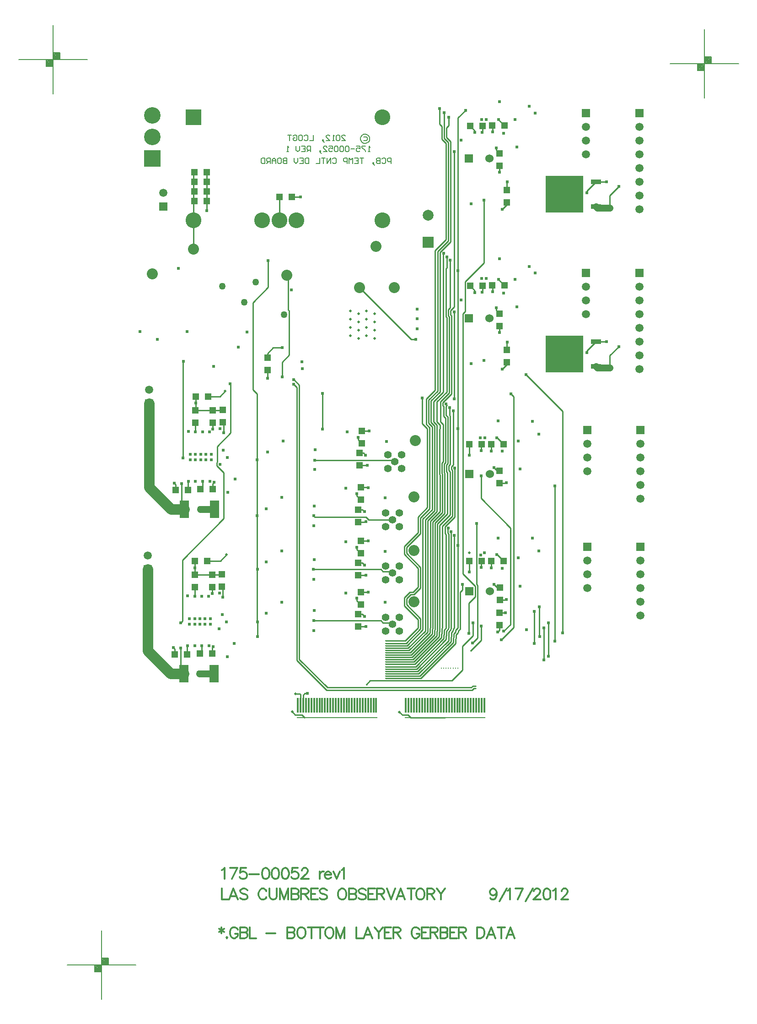
<source format=gbl>
%FSLAX23Y23*%
%MOIN*%
G70*
G01*
G75*
G04 Layer_Physical_Order=7*
G04 Layer_Color=16711680*
%ADD10R,0.012X0.065*%
%ADD11R,0.217X0.120*%
%ADD12R,0.065X0.012*%
%ADD13R,0.075X0.037*%
%ADD14R,0.272X0.268*%
%ADD15R,0.035X0.037*%
%ADD16R,0.035X0.037*%
%ADD17R,0.085X0.138*%
%ADD18R,0.085X0.043*%
%ADD19R,0.085X0.043*%
%ADD20O,0.028X0.098*%
%ADD21R,0.280X0.100*%
%ADD22R,0.070X0.135*%
%ADD23R,0.050X0.050*%
%ADD24O,0.087X0.024*%
%ADD25O,0.098X0.028*%
%ADD26R,0.045X0.017*%
%ADD27R,0.591X0.010*%
%ADD28R,0.012X0.105*%
%ADD29R,0.063X0.051*%
%ADD30R,0.063X0.079*%
%ADD31R,0.050X0.050*%
%ADD32C,0.010*%
%ADD33C,0.050*%
%ADD34C,0.020*%
%ADD35C,0.075*%
%ADD36C,0.012*%
%ADD37C,0.008*%
%ADD38C,0.012*%
%ADD39C,0.012*%
%ADD40R,0.060X0.060*%
%ADD41C,0.060*%
%ADD42C,0.024*%
%ADD43C,0.020*%
%ADD44C,0.115*%
%ADD45R,0.115X0.115*%
%ADD46C,0.080*%
%ADD47C,0.055*%
%ADD48R,0.059X0.059*%
%ADD49C,0.059*%
%ADD50C,0.120*%
%ADD51R,0.120X0.120*%
%ADD52R,0.079X0.079*%
%ADD53C,0.079*%
%ADD54C,0.010*%
%ADD55C,0.050*%
%ADD56C,0.040*%
%ADD57C,0.070*%
%ADD58C,0.054*%
%ADD59C,0.118*%
G04:AMPARAMS|DCode=60|XSize=138mil|YSize=138mil|CornerRadius=0mil|HoleSize=0mil|Usage=FLASHONLY|Rotation=0.000|XOffset=0mil|YOffset=0mil|HoleType=Round|Shape=Relief|Width=10mil|Gap=10mil|Entries=4|*
%AMTHD60*
7,0,0,0.138,0.118,0.010,45*
%
%ADD60THD60*%
G04:AMPARAMS|DCode=61|XSize=112mil|YSize=112mil|CornerRadius=0mil|HoleSize=0mil|Usage=FLASHONLY|Rotation=0.000|XOffset=0mil|YOffset=0mil|HoleType=Round|Shape=Relief|Width=10mil|Gap=10mil|Entries=4|*
%AMTHD61*
7,0,0,0.112,0.092,0.010,45*
%
%ADD61THD61*%
%ADD62C,0.073*%
%ADD63C,0.075*%
%ADD64C,0.110*%
G04:AMPARAMS|DCode=65|XSize=107.244mil|YSize=107.244mil|CornerRadius=0mil|HoleSize=0mil|Usage=FLASHONLY|Rotation=0.000|XOffset=0mil|YOffset=0mil|HoleType=Round|Shape=Relief|Width=10mil|Gap=10mil|Entries=4|*
%AMTHD65*
7,0,0,0.107,0.087,0.010,45*
%
%ADD65THD65*%
%ADD66C,0.087*%
%ADD67C,0.092*%
%ADD68C,0.046*%
%ADD69C,0.064*%
G04:AMPARAMS|DCode=70|XSize=70mil|YSize=70mil|CornerRadius=0mil|HoleSize=0mil|Usage=FLASHONLY|Rotation=0.000|XOffset=0mil|YOffset=0mil|HoleType=Round|Shape=Relief|Width=10mil|Gap=10mil|Entries=4|*
%AMTHD70*
7,0,0,0.070,0.050,0.010,45*
%
%ADD70THD70*%
G04:AMPARAMS|DCode=71|XSize=88mil|YSize=88mil|CornerRadius=0mil|HoleSize=0mil|Usage=FLASHONLY|Rotation=0.000|XOffset=0mil|YOffset=0mil|HoleType=Round|Shape=Relief|Width=10mil|Gap=10mil|Entries=4|*
%AMTHD71*
7,0,0,0.088,0.068,0.010,45*
%
%ADD71THD71*%
%ADD72C,0.068*%
%ADD73C,0.000*%
G04:AMPARAMS|DCode=74|XSize=90mil|YSize=90mil|CornerRadius=0mil|HoleSize=0mil|Usage=FLASHONLY|Rotation=0.000|XOffset=0mil|YOffset=0mil|HoleType=Round|Shape=Relief|Width=10mil|Gap=10mil|Entries=4|*
%AMTHD74*
7,0,0,0.090,0.070,0.010,45*
%
%ADD74THD74*%
G04:AMPARAMS|DCode=75|XSize=93.465mil|YSize=93.465mil|CornerRadius=0mil|HoleSize=0mil|Usage=FLASHONLY|Rotation=0.000|XOffset=0mil|YOffset=0mil|HoleType=Round|Shape=Relief|Width=10mil|Gap=10mil|Entries=4|*
%AMTHD75*
7,0,0,0.093,0.073,0.010,45*
%
%ADD75THD75*%
G04:AMPARAMS|DCode=76|XSize=95.433mil|YSize=95.433mil|CornerRadius=0mil|HoleSize=0mil|Usage=FLASHONLY|Rotation=0.000|XOffset=0mil|YOffset=0mil|HoleType=Round|Shape=Relief|Width=10mil|Gap=10mil|Entries=4|*
%AMTHD76*
7,0,0,0.095,0.075,0.010,45*
%
%ADD76THD76*%
G04:AMPARAMS|DCode=77|XSize=130mil|YSize=130mil|CornerRadius=0mil|HoleSize=0mil|Usage=FLASHONLY|Rotation=0.000|XOffset=0mil|YOffset=0mil|HoleType=Round|Shape=Relief|Width=10mil|Gap=10mil|Entries=4|*
%AMTHD77*
7,0,0,0.130,0.110,0.010,45*
%
%ADD77THD77*%
%ADD78C,0.005*%
%ADD79R,0.071X0.126*%
%ADD80C,0.006*%
D13*
X45035Y29479D02*
D03*
Y29299D02*
D03*
Y30643D02*
D03*
Y30463D02*
D03*
D14*
X44805Y29389D02*
D03*
Y30553D02*
D03*
D23*
X43321Y27567D02*
D03*
Y27657D02*
D03*
X43321Y27940D02*
D03*
Y28030D02*
D03*
Y28329D02*
D03*
Y28419D02*
D03*
X43330Y28740D02*
D03*
Y28830D02*
D03*
X43303Y27495D02*
D03*
Y27405D02*
D03*
X43303Y27868D02*
D03*
Y27778D02*
D03*
Y28257D02*
D03*
Y28167D02*
D03*
X43312Y28668D02*
D03*
Y28578D02*
D03*
X42642Y29364D02*
D03*
Y29274D02*
D03*
X44331Y27415D02*
D03*
Y27505D02*
D03*
X44386Y30583D02*
D03*
Y30493D02*
D03*
Y29419D02*
D03*
Y29329D02*
D03*
X44334Y30758D02*
D03*
Y30848D02*
D03*
Y29594D02*
D03*
Y29684D02*
D03*
X42316Y28982D02*
D03*
Y28892D02*
D03*
X42310Y27785D02*
D03*
Y27695D02*
D03*
X42117Y28979D02*
D03*
Y28889D02*
D03*
X42111Y27782D02*
D03*
Y27692D02*
D03*
X42244Y28980D02*
D03*
Y28890D02*
D03*
X42238Y27783D02*
D03*
Y27693D02*
D03*
X44334Y28450D02*
D03*
Y28540D02*
D03*
X44335Y27599D02*
D03*
Y27689D02*
D03*
D27*
X43936Y26743D02*
D03*
X43149D02*
D03*
D28*
X44222Y26831D02*
D03*
X44202D02*
D03*
X44182D02*
D03*
X44163D02*
D03*
X44143D02*
D03*
X44123D02*
D03*
X44104D02*
D03*
X44084D02*
D03*
X44064D02*
D03*
X44044D02*
D03*
X44025D02*
D03*
X44005D02*
D03*
X43985D02*
D03*
X43966D02*
D03*
X43946D02*
D03*
X43926D02*
D03*
X43907D02*
D03*
X43887D02*
D03*
X43867D02*
D03*
X43847D02*
D03*
X43828D02*
D03*
X43808D02*
D03*
X43788D02*
D03*
X43769D02*
D03*
X43749D02*
D03*
X43729D02*
D03*
X43710D02*
D03*
X43690D02*
D03*
X43670D02*
D03*
X43650D02*
D03*
X42863D02*
D03*
X42883D02*
D03*
X42902D02*
D03*
X42922D02*
D03*
X42942D02*
D03*
X42961D02*
D03*
X42981D02*
D03*
X43001D02*
D03*
X43021D02*
D03*
X43040D02*
D03*
X43060D02*
D03*
X43080D02*
D03*
X43099D02*
D03*
X43119D02*
D03*
X43139D02*
D03*
X43158D02*
D03*
X43178D02*
D03*
X43198D02*
D03*
X43218D02*
D03*
X43237D02*
D03*
X43257D02*
D03*
X43277D02*
D03*
X43296D02*
D03*
X43316D02*
D03*
X43336D02*
D03*
X43355D02*
D03*
X43375D02*
D03*
X43395D02*
D03*
X43415D02*
D03*
X43434D02*
D03*
D31*
X42199Y30503D02*
D03*
X42109D02*
D03*
X42199Y30573D02*
D03*
X42109D02*
D03*
X42199Y30643D02*
D03*
X42109D02*
D03*
X42199Y30713D02*
D03*
X42109D02*
D03*
X44279Y31053D02*
D03*
X44369D02*
D03*
X44279Y29889D02*
D03*
X44369D02*
D03*
X44208Y31050D02*
D03*
X44118D02*
D03*
X44208Y29886D02*
D03*
X44118D02*
D03*
X41973Y28398D02*
D03*
X42063D02*
D03*
X41967Y27201D02*
D03*
X42057D02*
D03*
X44273Y28731D02*
D03*
X44363D02*
D03*
X44274Y27881D02*
D03*
X44364D02*
D03*
X44203Y28731D02*
D03*
X44113D02*
D03*
X44204Y27881D02*
D03*
X44114D02*
D03*
X42118Y29079D02*
D03*
X42208D02*
D03*
X42112Y27882D02*
D03*
X42202D02*
D03*
X42154Y28407D02*
D03*
X42244D02*
D03*
X42148Y27210D02*
D03*
X42238D02*
D03*
X42819Y30533D02*
D03*
X42729D02*
D03*
D32*
X43690Y29496D02*
X43721D01*
X43314Y29872D02*
X43690Y29496D01*
X42104Y30363D02*
Y30708D01*
Y30153D02*
Y30363D01*
X42784Y29964D02*
X42791Y29957D01*
Y29711D02*
Y29957D01*
Y29711D02*
X42800Y29701D01*
Y29381D02*
Y29701D01*
X42748Y29329D02*
X42800Y29381D01*
X42748Y29224D02*
Y29329D01*
X44108Y27938D02*
X44112Y27941D01*
X42295Y29079D02*
X42334Y29118D01*
X42208Y29079D02*
X42295D01*
X42202Y27882D02*
X42298D01*
X42344Y27928D01*
X43604Y26783D02*
X43625Y26762D01*
X43667D01*
X43686Y26743D01*
X43936D01*
X42821Y26786D02*
X42843Y26764D01*
X42891D01*
X42912Y26743D01*
X42902Y26823D02*
Y26906D01*
X42914Y26918D02*
X42933D01*
X42902Y26906D02*
X42914Y26918D01*
X42883Y26861D02*
Y26912D01*
Y26823D02*
Y26861D01*
X42846Y26917D02*
X42877D01*
X42883Y26912D01*
X43361Y26984D02*
X43389Y27012D01*
X43986D01*
X44064Y27090D01*
X43944Y29010D02*
X43950Y29017D01*
X44284Y31007D02*
Y31048D01*
X44279Y31053D02*
X44284Y31048D01*
X44208Y31004D02*
Y31050D01*
X44207Y31003D02*
X44208Y31004D01*
X44354Y30444D02*
X44386Y30476D01*
Y30493D01*
Y30583D02*
Y30639D01*
X44388Y30641D01*
X45035Y30643D02*
X45114D01*
X45035Y30643D02*
X45035Y30643D01*
X45136Y30542D02*
X45201Y30608D01*
X45136Y30453D02*
Y30542D01*
X44968Y30564D02*
Y30576D01*
X45035Y30643D01*
X44334Y30711D02*
Y30758D01*
X44308Y30874D02*
X44334Y30848D01*
X44308Y30874D02*
Y30890D01*
X44325Y31095D02*
X44367Y31053D01*
X44369D01*
X44118Y31050D02*
X44154Y31014D01*
Y31001D02*
Y31014D01*
X44279Y29889D02*
X44284Y29884D01*
Y29843D02*
Y29884D01*
X44325Y29931D02*
X44367Y29889D01*
X44369D01*
X44208Y29840D02*
Y29886D01*
X44207Y29839D02*
X44208Y29840D01*
X44118Y29886D02*
X44154Y29850D01*
Y29837D02*
Y29850D01*
X44386Y29475D02*
X44388Y29477D01*
X44386Y29419D02*
Y29475D01*
Y29312D02*
Y29329D01*
X44354Y29280D02*
X44386Y29312D01*
X44334Y29547D02*
Y29594D01*
X44308Y29710D02*
Y29726D01*
Y29710D02*
X44334Y29684D01*
X45035Y29479D02*
X45035Y29479D01*
X44968Y29411D02*
X45035Y29479D01*
X45035Y29479D02*
X45114D01*
X44968Y29400D02*
Y29411D01*
X45136Y29378D02*
X45201Y29444D01*
X45136Y29289D02*
Y29378D01*
X44334Y28450D02*
X44378D01*
X44382Y28454D01*
X44316Y28540D02*
X44334D01*
X44293Y28563D02*
X44316Y28540D01*
X44273Y28683D02*
Y28731D01*
X44315Y28780D02*
X44363Y28731D01*
X44312Y28780D02*
X44315D01*
X44199Y28727D02*
X44203Y28731D01*
X44112Y28652D02*
Y28730D01*
X44113Y28731D01*
X42244Y28844D02*
Y28890D01*
Y28447D02*
X42252Y28455D01*
X42244Y28407D02*
Y28447D01*
X42154Y28407D02*
X42170Y28423D01*
Y28462D01*
X42063Y28398D02*
Y28459D01*
X42065Y28462D01*
X41973Y28398D02*
Y28439D01*
X41962Y28450D02*
X41973Y28439D01*
X42016Y28279D02*
Y28446D01*
Y28279D02*
X42037Y28258D01*
X42118Y29031D02*
Y29079D01*
Y28980D02*
Y29031D01*
X42117Y28979D02*
X42118Y28980D01*
X42313Y28979D02*
X42316Y28982D01*
X42117Y28979D02*
X42313D01*
X42316Y28892D02*
X42321Y28887D01*
Y28818D02*
Y28887D01*
Y28818D02*
X42321Y28817D01*
X42117Y28823D02*
Y28889D01*
X42117Y28823D02*
X42117Y28823D01*
X41967Y27201D02*
Y27242D01*
X41956Y27253D02*
X41967Y27242D01*
X42111Y27782D02*
X42307D01*
X42310Y27785D01*
X42315Y27621D02*
X42315Y27620D01*
X42315Y27621D02*
Y27690D01*
X42310Y27695D02*
X42315Y27690D01*
X42057Y27201D02*
Y27262D01*
X42059Y27265D01*
X44274Y27832D02*
Y27881D01*
X44313Y27929D02*
X44316D01*
X44364Y27881D01*
X44200Y27877D02*
X44204Y27881D01*
X44200Y27836D02*
Y27877D01*
X44113Y27880D02*
X44114Y27881D01*
X44113Y27801D02*
Y27880D01*
X42111Y27782D02*
X42112Y27783D01*
Y27834D01*
Y27882D01*
X42111Y27626D02*
X42111Y27626D01*
Y27692D01*
X42238Y27647D02*
Y27693D01*
X42148Y27210D02*
X42164Y27226D01*
Y27265D01*
X42238Y27250D02*
X42246Y27258D01*
X42238Y27210D02*
Y27250D01*
X44335Y27599D02*
X44380D01*
X44383Y27603D01*
X44294Y27712D02*
X44317Y27689D01*
X44335D01*
X42010Y27082D02*
X42031Y27061D01*
X42010Y27082D02*
Y27249D01*
X43312Y28668D02*
X43342D01*
X43357Y28653D01*
X43312Y28578D02*
X43367D01*
X43369Y28580D01*
X43330Y28830D02*
X43382D01*
X43384Y28828D01*
X43303Y28767D02*
X43330Y28740D01*
X43303Y28767D02*
Y28784D01*
X43560Y28615D02*
X43570Y28605D01*
X42989Y28615D02*
X43560D01*
X42987Y28617D02*
X42989Y28615D01*
X43294Y28356D02*
Y28373D01*
Y28356D02*
X43321Y28329D01*
X43333Y28257D02*
X43348Y28242D01*
X43321Y28419D02*
X43373D01*
X43375Y28417D01*
X43303Y28257D02*
X43333D01*
X43303Y28167D02*
X43358D01*
X43360Y28169D01*
X43294Y27967D02*
Y27984D01*
Y27967D02*
X43321Y27940D01*
X43333Y27868D02*
X43348Y27853D01*
X43321Y28030D02*
X43373D01*
X43375Y28028D01*
X43303Y27868D02*
X43333D01*
X43303Y27778D02*
X43358D01*
X43360Y27780D01*
X43294Y27594D02*
Y27611D01*
Y27594D02*
X43321Y27567D01*
X43333Y27495D02*
X43348Y27480D01*
X43321Y27657D02*
X43373D01*
X43375Y27655D01*
X43303Y27495D02*
X43333D01*
X43303Y27405D02*
X43358D01*
X43360Y27407D01*
X43378Y28184D02*
X43551D01*
X43358Y28204D02*
X43378Y28184D01*
X42987Y28204D02*
X43358D01*
X42979Y28212D02*
X42987Y28204D01*
X43540Y27433D02*
X43551Y27422D01*
X43484Y27433D02*
X43540D01*
X43469Y27448D02*
X43484Y27433D01*
X42979Y27448D02*
X43469D01*
X42976Y27822D02*
X43468D01*
X43484Y27806D01*
X43540D01*
X43551Y27795D01*
X42104Y30708D02*
X42109Y30713D01*
X42199Y30433D02*
Y30503D01*
Y30573D01*
Y30643D01*
Y30713D01*
X42729Y30363D02*
Y30533D01*
X42819D02*
X42884D01*
X44029Y31108D02*
X44085Y31164D01*
X44199Y28687D02*
Y28727D01*
X43956Y28118D02*
X43959Y28121D01*
X43956Y28086D02*
Y28118D01*
X43968Y28944D02*
Y29000D01*
Y28944D02*
X43974Y28938D01*
X43996Y28583D02*
Y28975D01*
X43981Y28548D02*
Y28568D01*
X43974Y28585D02*
Y28938D01*
X43964Y28575D02*
X43974Y28585D01*
X43964Y28541D02*
Y28575D01*
Y28541D02*
X43971Y28534D01*
X43981Y28568D02*
X43996Y28583D01*
X43981Y28548D02*
X43988Y28541D01*
X43956Y28086D02*
X43963Y28079D01*
X44005Y28201D02*
Y28558D01*
X43971Y28218D02*
Y28534D01*
X43988Y28208D02*
Y28541D01*
X43935Y28131D02*
X44005Y28201D01*
X43916Y28136D02*
X43988Y28208D01*
X43897Y28144D02*
X43971Y28218D01*
X43935Y28083D02*
X43943Y28075D01*
X43935Y28083D02*
Y28131D01*
X43897Y27395D02*
Y28144D01*
X43879Y27374D02*
Y28151D01*
X44029Y28846D02*
Y29997D01*
Y31108D01*
X44003Y29732D02*
Y30863D01*
X43977Y29706D02*
X44003Y29732D01*
X43977Y29674D02*
Y29706D01*
Y29674D02*
X43982Y29669D01*
Y29099D02*
Y29669D01*
X43879Y28151D02*
X43954Y28226D01*
Y28527D01*
X43947Y28534D02*
X43954Y28527D01*
X43947Y28534D02*
Y28582D01*
X43957Y28592D01*
Y28931D01*
X43942Y29025D02*
X43950Y29017D01*
Y29017D02*
Y29017D01*
X43944Y28944D02*
X43957Y28931D01*
X43944Y28944D02*
Y29010D01*
X43862Y28158D02*
X43934Y28230D01*
Y28523D01*
X43930Y28527D02*
X43934Y28523D01*
X43930Y28527D02*
Y28589D01*
X43940Y28599D01*
Y28924D01*
X43927Y28937D02*
X43940Y28924D01*
X43927Y28937D02*
Y29006D01*
X43918Y29015D02*
X43927Y29006D01*
X43918Y29015D02*
Y29035D01*
X43982Y29099D01*
X43924Y30121D02*
X43925Y30122D01*
X43974Y29727D02*
Y30072D01*
X43960Y29713D02*
X43974Y29727D01*
X43960Y29667D02*
Y29713D01*
Y29667D02*
X43965Y29662D01*
X43943Y29660D02*
X43948Y29655D01*
Y29113D02*
Y29655D01*
X43943Y30011D02*
X43948Y30016D01*
X43943Y29660D02*
Y30011D01*
X43965Y29106D02*
Y29662D01*
X43901Y29042D02*
X43965Y29106D01*
X43852Y29041D02*
X43924Y29113D01*
X43876Y29041D02*
X43948Y29113D01*
X43901Y29008D02*
Y29042D01*
Y29008D02*
X43902Y29007D01*
Y28897D02*
Y29007D01*
X43876Y28897D02*
Y29041D01*
X43902Y28897D02*
X43923Y28876D01*
X43876Y28897D02*
X43899Y28874D01*
Y28847D02*
Y28874D01*
X43875Y28243D02*
Y28874D01*
X43852Y28897D02*
Y29041D01*
Y28897D02*
X43875Y28874D01*
X43923Y28606D02*
Y28876D01*
X43913Y28596D02*
X43923Y28606D01*
X43913Y28520D02*
Y28596D01*
Y28520D02*
X43917Y28516D01*
X43896Y28513D02*
X43899Y28510D01*
Y28243D02*
Y28510D01*
X43896Y28844D02*
X43899Y28847D01*
X43896Y28513D02*
Y28844D01*
X43948Y30015D02*
Y30016D01*
Y30097D01*
X43924Y29113D02*
Y30121D01*
X43845Y28165D02*
X43917Y28237D01*
X43828Y28172D02*
X43899Y28243D01*
X43809Y28177D02*
X43875Y28243D01*
X43828Y27395D02*
Y28172D01*
X43917Y28237D02*
Y28516D01*
X43961Y31053D02*
Y31114D01*
X43928Y30960D02*
Y31145D01*
X43895Y31061D02*
Y31176D01*
Y31061D02*
X43911Y31045D01*
X43945Y31037D02*
X43961Y31053D01*
X43947Y30965D02*
Y31035D01*
X43976Y30207D02*
Y30936D01*
X43928Y30960D02*
X43959Y30929D01*
Y30214D02*
Y30929D01*
X43911Y30953D02*
Y31045D01*
Y30953D02*
X43942Y30922D01*
Y30221D02*
Y30922D01*
X43901Y30132D02*
Y30132D01*
X43898Y30129D02*
X43901Y30132D01*
X43864Y30143D02*
X43942Y30221D01*
X43901Y30132D02*
X43976Y30207D01*
X43881Y30136D02*
X43959Y30214D01*
X43898Y29113D02*
Y30129D01*
X43833Y29048D02*
X43898Y29113D01*
X43816Y29055D02*
X43881Y29120D01*
Y30136D01*
X43864Y29127D02*
Y30143D01*
X43799Y29062D02*
X43864Y29127D01*
X43799Y28878D02*
Y29062D01*
X43833Y28892D02*
Y29048D01*
Y28892D02*
X43858Y28867D01*
X43816Y28885D02*
Y29055D01*
Y28885D02*
X43841Y28860D01*
X43799Y28878D02*
X43824Y28853D01*
X43858Y28250D02*
Y28867D01*
X43791Y28183D02*
X43858Y28250D01*
X43841Y28257D02*
Y28860D01*
X43774Y28190D02*
X43841Y28257D01*
X43824Y28264D02*
Y28853D01*
X43757Y28197D02*
X43824Y28264D01*
X43757Y28081D02*
Y28197D01*
X43657Y27938D02*
Y27981D01*
X43757Y27685D02*
Y27837D01*
X43657Y27981D02*
X43757Y28081D01*
X43657Y27938D02*
X43757Y27837D01*
X43657Y27608D02*
X43687Y27638D01*
X43657Y27565D02*
Y27608D01*
X43710Y27638D02*
X43757Y27685D01*
X43687Y27638D02*
X43710D01*
X43657Y27565D02*
X43757Y27464D01*
X44001Y29065D02*
Y29696D01*
Y29065D02*
X44002Y29064D01*
X43770Y28883D02*
Y29068D01*
Y28883D02*
X43807Y28846D01*
Y28271D02*
Y28846D01*
X43740Y28204D02*
X43807Y28271D01*
X43740Y28088D02*
Y28204D01*
X43640Y27988D02*
X43740Y28088D01*
X43640Y27931D02*
Y27988D01*
Y27931D02*
X43740Y27830D01*
Y27692D02*
Y27830D01*
X43703Y27655D02*
X43740Y27692D01*
X43680Y27655D02*
X43703D01*
X43640Y27615D02*
X43680Y27655D01*
X43640Y27557D02*
Y27615D01*
Y27557D02*
X43740Y27457D01*
X42565Y27443D02*
X42568Y27440D01*
Y27332D02*
Y27440D01*
X44219Y30053D02*
Y30508D01*
X44081Y29916D02*
X44219Y30053D01*
X44081Y29854D02*
Y29916D01*
Y29854D02*
X44083Y29852D01*
Y29700D02*
Y29852D01*
X44066Y29684D02*
X44083Y29700D01*
X44156Y27622D02*
Y27699D01*
X44110Y27575D02*
X44156Y27622D01*
X44066Y27789D02*
Y29684D01*
Y27789D02*
X44156Y27699D01*
X44110Y27357D02*
Y27575D01*
X44792Y27360D02*
Y28972D01*
X44526Y29238D02*
X44792Y28972D01*
X44624Y27334D02*
Y27548D01*
Y27334D02*
X44625Y27333D01*
X44585Y27282D02*
Y27517D01*
Y27282D02*
X44586Y27281D01*
X44166Y27714D02*
Y28155D01*
Y27714D02*
X44173Y27706D01*
Y27323D02*
Y27706D01*
X44136Y27285D02*
X44173Y27323D01*
X44736Y27300D02*
Y28430D01*
X43043Y28843D02*
Y29103D01*
X44346Y27310D02*
X44436Y27400D01*
Y29079D01*
X44416Y29099D02*
X44436Y29079D01*
X44198Y28338D02*
Y28502D01*
Y28338D02*
X44412Y28124D01*
Y27418D02*
Y28124D01*
X44364Y27371D02*
X44412Y27418D01*
X44319Y27367D02*
X44331Y27379D01*
Y27415D01*
Y27505D02*
X44376D01*
X44140Y27338D02*
Y27434D01*
X44198Y27307D02*
Y27409D01*
X44046Y27656D02*
X44061Y27671D01*
Y27712D01*
X44064Y27090D02*
Y27262D01*
X44140Y27338D01*
X44690Y27189D02*
Y27433D01*
X44657Y27163D02*
Y27395D01*
X42565Y27443D02*
Y29099D01*
X42535Y29129D02*
X42565Y29099D01*
X42535Y29129D02*
Y29764D01*
X42647Y29876D01*
Y30070D01*
X42642Y29364D02*
Y29394D01*
X42683Y29435D01*
X42748D01*
X42642Y29215D02*
Y29274D01*
Y29215D02*
X42643Y29214D01*
X42026Y28631D02*
Y29333D01*
X42028Y29335D01*
X42010Y27434D02*
X42021Y27445D01*
Y27890D01*
X42322Y28191D01*
Y28525D01*
X42271Y28576D02*
X42322Y28525D01*
X42271Y28576D02*
Y28600D01*
X42275Y28604D01*
Y28716D01*
X42374Y28815D01*
Y29169D01*
X42370Y29173D02*
X42374Y29169D01*
X42833Y29170D02*
X42856Y29147D01*
X42833Y29201D02*
X42836D01*
X42873Y29164D01*
Y27167D02*
Y29164D01*
X43916Y27395D02*
Y28136D01*
X43963Y27395D02*
Y28079D01*
X44029Y27996D02*
Y28846D01*
X43945Y30967D02*
X43947Y30965D01*
X43976Y30936D01*
X44029Y27395D02*
Y27996D01*
X44004Y27395D02*
Y28070D01*
X43943Y27395D02*
Y28075D01*
X44121Y27230D02*
X44198Y27307D01*
X44046Y27388D02*
Y27656D01*
X43809Y27395D02*
Y28177D01*
X43791Y27374D02*
Y28183D01*
X43774Y27381D02*
Y28190D01*
X43757Y27388D02*
Y27464D01*
X43740Y27395D02*
Y27457D01*
X43980Y27388D02*
Y28096D01*
X43646Y27301D02*
X43740Y27395D01*
X43501Y27301D02*
X43646D01*
X43653Y27284D02*
X43757Y27388D01*
X43501Y27284D02*
X43653D01*
X43660Y27267D02*
X43774Y27381D01*
X43501Y27267D02*
X43660D01*
X43667Y27250D02*
X43791Y27374D01*
X43501Y27250D02*
X43667D01*
X43808Y27394D02*
X43809Y27395D01*
X43808Y27367D02*
Y27394D01*
X43674Y27233D02*
X43808Y27367D01*
X43501Y27233D02*
X43674D01*
X43826Y27393D02*
X43828Y27395D01*
X43826Y27388D02*
Y27393D01*
X43825Y27387D02*
X43826Y27388D01*
X43825Y27360D02*
Y27387D01*
X43681Y27216D02*
X43825Y27360D01*
X43501Y27216D02*
X43681D01*
X43845Y27388D02*
Y28165D01*
X43843Y27386D02*
X43845Y27388D01*
X43843Y27381D02*
Y27386D01*
X43842Y27380D02*
X43843Y27381D01*
X43842Y27353D02*
Y27380D01*
X43688Y27199D02*
X43842Y27353D01*
X43501Y27199D02*
X43688D01*
X43862Y27381D02*
Y28158D01*
X43860Y27379D02*
X43862Y27381D01*
X43860Y27374D02*
Y27379D01*
X43859Y27373D02*
X43860Y27374D01*
X43859Y27346D02*
Y27373D01*
X43695Y27182D02*
X43859Y27346D01*
X43501Y27182D02*
X43695D01*
X43877Y27372D02*
X43879Y27374D01*
X43877Y27367D02*
Y27372D01*
X43876Y27366D02*
X43877Y27367D01*
X43876Y27339D02*
Y27366D01*
X43702Y27165D02*
X43876Y27339D01*
X43501Y27165D02*
X43702D01*
X43896Y27394D02*
X43897Y27395D01*
X43896Y27367D02*
Y27394D01*
X43894Y27365D02*
X43896Y27367D01*
X43894Y27360D02*
Y27365D01*
X43893Y27359D02*
X43894Y27360D01*
X43893Y27332D02*
Y27359D01*
X43709Y27148D02*
X43893Y27332D01*
X43501Y27148D02*
X43709D01*
X43914Y27393D02*
X43916Y27395D01*
X43914Y27388D02*
Y27393D01*
X43913Y27387D02*
X43914Y27388D01*
X43913Y27360D02*
Y27387D01*
X43911Y27358D02*
X43913Y27360D01*
X43911Y27353D02*
Y27358D01*
X43910Y27352D02*
X43911Y27353D01*
X43910Y27325D02*
Y27352D01*
X43716Y27131D02*
X43910Y27325D01*
X43501Y27131D02*
X43716D01*
X43931Y27383D02*
X43943Y27395D01*
X43931Y27381D02*
Y27383D01*
X43930Y27380D02*
X43931Y27381D01*
X43930Y27353D02*
Y27380D01*
X43928Y27351D02*
X43930Y27353D01*
X43928Y27346D02*
Y27351D01*
X43927Y27345D02*
X43928Y27346D01*
X43927Y27318D02*
Y27345D01*
X43723Y27114D02*
X43927Y27318D01*
X43501Y27114D02*
X43723D01*
X43960Y27392D02*
X43963Y27395D01*
X43960Y27388D02*
Y27392D01*
X43948Y27376D02*
X43960Y27388D01*
X43948Y27374D02*
Y27376D01*
X43947Y27373D02*
X43948Y27374D01*
X43947Y27346D02*
Y27373D01*
X43945Y27344D02*
X43947Y27346D01*
X43945Y27339D02*
Y27344D01*
X43944Y27338D02*
X43945Y27339D01*
X43944Y27311D02*
Y27338D01*
X43730Y27097D02*
X43944Y27311D01*
X43501Y27097D02*
X43730D01*
X43977Y27385D02*
X43980Y27388D01*
X43977Y27381D02*
Y27385D01*
X43965Y27369D02*
X43977Y27381D01*
X43965Y27367D02*
Y27369D01*
X43964Y27366D02*
X43965Y27367D01*
X43964Y27339D02*
Y27366D01*
X43962Y27337D02*
X43964Y27339D01*
X43962Y27332D02*
Y27337D01*
X43961Y27331D02*
X43962Y27332D01*
X43961Y27303D02*
Y27331D01*
X43737Y27080D02*
X43961Y27303D01*
X43501Y27080D02*
X43737D01*
X43997Y27388D02*
X44004Y27395D01*
X43997Y27381D02*
Y27388D01*
X43994Y27378D02*
X43997Y27381D01*
X43994Y27374D02*
Y27378D01*
X43982Y27361D02*
X43994Y27374D01*
X43982Y27360D02*
Y27361D01*
X43981Y27359D02*
X43982Y27360D01*
X43981Y27332D02*
Y27359D01*
X43979Y27330D02*
X43981Y27332D01*
X43979Y27325D02*
Y27330D01*
X43978Y27324D02*
X43979Y27325D01*
X43978Y27296D02*
Y27324D01*
X43744Y27063D02*
X43978Y27296D01*
X43501Y27063D02*
X43744D01*
X44014Y27380D02*
X44029Y27395D01*
X44014Y27374D02*
Y27380D01*
X44011Y27371D02*
X44014Y27374D01*
X44011Y27367D02*
Y27371D01*
X43999Y27354D02*
X44011Y27367D01*
X43999Y27353D02*
Y27354D01*
X43998Y27352D02*
X43999Y27353D01*
X43998Y27325D02*
Y27352D01*
X43996Y27323D02*
X43998Y27325D01*
X43996Y27318D02*
Y27323D01*
X43995Y27317D02*
X43996Y27318D01*
X43995Y27289D02*
Y27317D01*
X43751Y27046D02*
X43995Y27289D01*
X43501Y27046D02*
X43751D01*
X44031Y27373D02*
X44046Y27388D01*
X44031Y27367D02*
Y27373D01*
X44028Y27364D02*
X44031Y27367D01*
X44028Y27360D02*
Y27364D01*
X44016Y27347D02*
X44028Y27360D01*
X44016Y27346D02*
Y27347D01*
X44015Y27345D02*
X44016Y27346D01*
X44015Y27318D02*
Y27345D01*
X44013Y27316D02*
X44015Y27318D01*
X44013Y27311D02*
Y27316D01*
X44012Y27310D02*
X44013Y27311D01*
X44012Y27282D02*
Y27310D01*
X43758Y27029D02*
X44012Y27282D01*
X43501Y27029D02*
X43758D01*
X42873Y27167D02*
X43079Y26961D01*
X42856Y27160D02*
Y29147D01*
Y27160D02*
X43072Y26944D01*
X43079Y26961D02*
X44127D01*
X43072Y26944D02*
X44134D01*
X44145Y26955D01*
X44160D01*
X44127Y26961D02*
X44138Y26972D01*
X44160D01*
D33*
X45045Y30453D02*
X45136D01*
X45035Y30463D02*
X45045Y30453D01*
X45035Y29299D02*
X45045Y29289D01*
X45136D01*
X42152Y28258D02*
X42257D01*
X42146Y27061D02*
X42251D01*
D35*
X41778Y28418D02*
Y29029D01*
Y28418D02*
X41938Y28258D01*
X42037D01*
X41768Y27228D02*
Y27823D01*
Y27228D02*
X41935Y27061D01*
X42031D01*
D36*
X42307Y25217D02*
Y25172D01*
X42288Y25206D02*
X42326Y25183D01*
Y25206D02*
X42288Y25183D01*
X42346Y25145D02*
X42343Y25141D01*
X42346Y25137D01*
X42350Y25141D01*
X42346Y25145D01*
X42425Y25198D02*
X42421Y25206D01*
X42413Y25213D01*
X42406Y25217D01*
X42391D01*
X42383Y25213D01*
X42375Y25206D01*
X42371Y25198D01*
X42368Y25187D01*
Y25168D01*
X42371Y25156D01*
X42375Y25149D01*
X42383Y25141D01*
X42391Y25137D01*
X42406D01*
X42413Y25141D01*
X42421Y25149D01*
X42425Y25156D01*
Y25168D01*
X42406D02*
X42425D01*
X42443Y25217D02*
Y25137D01*
Y25217D02*
X42477D01*
X42489Y25213D01*
X42493Y25210D01*
X42496Y25202D01*
Y25194D01*
X42493Y25187D01*
X42489Y25183D01*
X42477Y25179D01*
X42443D02*
X42477D01*
X42489Y25175D01*
X42493Y25172D01*
X42496Y25164D01*
Y25152D01*
X42493Y25145D01*
X42489Y25141D01*
X42477Y25137D01*
X42443D01*
X42514Y25217D02*
Y25137D01*
X42560D01*
X42632Y25172D02*
X42700D01*
X42787Y25217D02*
Y25137D01*
Y25217D02*
X42821D01*
X42832Y25213D01*
X42836Y25210D01*
X42840Y25202D01*
Y25194D01*
X42836Y25187D01*
X42832Y25183D01*
X42821Y25179D01*
X42787D02*
X42821D01*
X42832Y25175D01*
X42836Y25172D01*
X42840Y25164D01*
Y25152D01*
X42836Y25145D01*
X42832Y25141D01*
X42821Y25137D01*
X42787D01*
X42881Y25217D02*
X42873Y25213D01*
X42865Y25206D01*
X42862Y25198D01*
X42858Y25187D01*
Y25168D01*
X42862Y25156D01*
X42865Y25149D01*
X42873Y25141D01*
X42881Y25137D01*
X42896D01*
X42904Y25141D01*
X42911Y25149D01*
X42915Y25156D01*
X42919Y25168D01*
Y25187D01*
X42915Y25198D01*
X42911Y25206D01*
X42904Y25213D01*
X42896Y25217D01*
X42881D01*
X42964D02*
Y25137D01*
X42937Y25217D02*
X42991D01*
X43027D02*
Y25137D01*
X43000Y25217D02*
X43054D01*
X43086D02*
X43078Y25213D01*
X43071Y25206D01*
X43067Y25198D01*
X43063Y25187D01*
Y25168D01*
X43067Y25156D01*
X43071Y25149D01*
X43078Y25141D01*
X43086Y25137D01*
X43101D01*
X43109Y25141D01*
X43116Y25149D01*
X43120Y25156D01*
X43124Y25168D01*
Y25187D01*
X43120Y25198D01*
X43116Y25206D01*
X43109Y25213D01*
X43101Y25217D01*
X43086D01*
X43143D02*
Y25137D01*
Y25217D02*
X43173Y25137D01*
X43204Y25217D02*
X43173Y25137D01*
X43204Y25217D02*
Y25137D01*
X43289Y25217D02*
Y25137D01*
X43335D01*
X43405D02*
X43374Y25217D01*
X43344Y25137D01*
X43355Y25164D02*
X43393D01*
X43423Y25217D02*
X43454Y25179D01*
Y25137D01*
X43484Y25217D02*
X43454Y25179D01*
X43544Y25217D02*
X43495D01*
Y25137D01*
X43544D01*
X43495Y25179D02*
X43525D01*
X43558Y25217D02*
Y25137D01*
Y25217D02*
X43592D01*
X43603Y25213D01*
X43607Y25210D01*
X43611Y25202D01*
Y25194D01*
X43607Y25187D01*
X43603Y25183D01*
X43592Y25179D01*
X43558D01*
X43584D02*
X43611Y25137D01*
X43749Y25198D02*
X43745Y25206D01*
X43737Y25213D01*
X43730Y25217D01*
X43714D01*
X43707Y25213D01*
X43699Y25206D01*
X43695Y25198D01*
X43692Y25187D01*
Y25168D01*
X43695Y25156D01*
X43699Y25149D01*
X43707Y25141D01*
X43714Y25137D01*
X43730D01*
X43737Y25141D01*
X43745Y25149D01*
X43749Y25156D01*
Y25168D01*
X43730D02*
X43749D01*
X43817Y25217D02*
X43767D01*
Y25137D01*
X43817D01*
X43767Y25179D02*
X43797D01*
X43830Y25217D02*
Y25137D01*
Y25217D02*
X43864D01*
X43876Y25213D01*
X43879Y25210D01*
X43883Y25202D01*
Y25194D01*
X43879Y25187D01*
X43876Y25183D01*
X43864Y25179D01*
X43830D01*
X43856D02*
X43883Y25137D01*
X43901Y25217D02*
Y25137D01*
Y25217D02*
X43935D01*
X43947Y25213D01*
X43951Y25210D01*
X43954Y25202D01*
Y25194D01*
X43951Y25187D01*
X43947Y25183D01*
X43935Y25179D01*
X43901D02*
X43935D01*
X43947Y25175D01*
X43951Y25172D01*
X43954Y25164D01*
Y25152D01*
X43951Y25145D01*
X43947Y25141D01*
X43935Y25137D01*
X43901D01*
X44022Y25217D02*
X43972D01*
Y25137D01*
X44022D01*
X43972Y25179D02*
X44003D01*
X44035Y25217D02*
Y25137D01*
Y25217D02*
X44069D01*
X44081Y25213D01*
X44085Y25210D01*
X44088Y25202D01*
Y25194D01*
X44085Y25187D01*
X44081Y25183D01*
X44069Y25179D01*
X44035D01*
X44062D02*
X44088Y25137D01*
X44169Y25217D02*
Y25137D01*
Y25217D02*
X44196D01*
X44207Y25213D01*
X44215Y25206D01*
X44219Y25198D01*
X44223Y25187D01*
Y25168D01*
X44219Y25156D01*
X44215Y25149D01*
X44207Y25141D01*
X44196Y25137D01*
X44169D01*
X44301D02*
X44271Y25217D01*
X44240Y25137D01*
X44252Y25164D02*
X44290D01*
X44347Y25217D02*
Y25137D01*
X44320Y25217D02*
X44373D01*
X44444Y25137D02*
X44413Y25217D01*
X44383Y25137D01*
X44394Y25164D02*
X44432D01*
D37*
X41078Y31284D02*
Y31784D01*
X40828Y31534D02*
X41328D01*
X41028Y31484D02*
X41078D01*
X41028D02*
Y31534D01*
X41078Y31584D02*
X41128D01*
Y31534D02*
Y31584D01*
X41083Y31539D02*
Y31579D01*
X41123D01*
Y31539D02*
Y31579D01*
X41083Y31539D02*
X41123D01*
X41088Y31544D02*
Y31574D01*
X41118D01*
Y31544D02*
Y31574D01*
X41093Y31544D02*
X41118D01*
X41093Y31549D02*
Y31569D01*
X41113D01*
Y31549D02*
Y31569D01*
X41098Y31549D02*
X41113D01*
X41098Y31554D02*
Y31564D01*
X41108D01*
Y31554D02*
Y31564D01*
X41098Y31554D02*
X41108D01*
X41103D02*
Y31564D01*
X41033Y31489D02*
Y31529D01*
X41073D01*
Y31489D02*
Y31529D01*
X41033Y31489D02*
X41073D01*
X41038Y31494D02*
Y31524D01*
X41068D01*
Y31494D02*
Y31524D01*
X41043Y31494D02*
X41068D01*
X41043Y31499D02*
Y31519D01*
X41063D01*
Y31499D02*
Y31519D01*
X41048Y31499D02*
X41063D01*
X41048Y31504D02*
Y31514D01*
X41058D01*
Y31504D02*
Y31514D01*
X41048Y31504D02*
X41058D01*
X41053D02*
Y31514D01*
X45826Y31253D02*
Y31753D01*
X45576Y31503D02*
X46076D01*
X45776Y31453D02*
X45826D01*
X45776D02*
Y31503D01*
X45826Y31553D02*
X45876D01*
Y31503D02*
Y31553D01*
X45831Y31508D02*
Y31548D01*
X45871D01*
Y31508D02*
Y31548D01*
X45831Y31508D02*
X45871D01*
X45836Y31513D02*
Y31543D01*
X45866D01*
Y31513D02*
Y31543D01*
X45841Y31513D02*
X45866D01*
X45841Y31518D02*
Y31538D01*
X45861D01*
Y31518D02*
Y31538D01*
X45846Y31518D02*
X45861D01*
X45846Y31523D02*
Y31533D01*
X45856D01*
Y31523D02*
Y31533D01*
X45846Y31523D02*
X45856D01*
X45851D02*
Y31533D01*
X45781Y31458D02*
Y31498D01*
X45821D01*
Y31458D02*
Y31498D01*
X45781Y31458D02*
X45821D01*
X45786Y31463D02*
Y31493D01*
X45816D01*
Y31463D02*
Y31493D01*
X45791Y31463D02*
X45816D01*
X45791Y31468D02*
Y31488D01*
X45811D01*
Y31468D02*
Y31488D01*
X45796Y31468D02*
X45811D01*
X45796Y31473D02*
Y31483D01*
X45806D01*
Y31473D02*
Y31483D01*
X45796Y31473D02*
X45806D01*
X45801D02*
Y31483D01*
X41432Y24694D02*
Y25194D01*
X41182Y24944D02*
X41682D01*
X41382Y24894D02*
X41432D01*
X41382D02*
Y24944D01*
X41432Y24994D02*
X41482D01*
Y24944D02*
Y24994D01*
X41437Y24949D02*
Y24989D01*
X41477D01*
Y24949D02*
Y24989D01*
X41437Y24949D02*
X41477D01*
X41442Y24954D02*
Y24984D01*
X41472D01*
Y24954D02*
Y24984D01*
X41447Y24954D02*
X41472D01*
X41447Y24959D02*
Y24979D01*
X41467D01*
Y24959D02*
Y24979D01*
X41452Y24959D02*
X41467D01*
X41452Y24964D02*
Y24974D01*
X41462D01*
Y24964D02*
Y24974D01*
X41452Y24964D02*
X41462D01*
X41457D02*
Y24974D01*
X41387Y24899D02*
Y24939D01*
X41427D01*
Y24899D02*
Y24939D01*
X41387Y24899D02*
X41427D01*
X41392Y24904D02*
Y24934D01*
X41422D01*
Y24904D02*
Y24934D01*
X41397Y24904D02*
X41422D01*
X41397Y24909D02*
Y24929D01*
X41417D01*
Y24909D02*
Y24929D01*
X41402Y24909D02*
X41417D01*
X41402Y24914D02*
Y24924D01*
X41412D01*
Y24914D02*
Y24924D01*
X41402Y24914D02*
X41412D01*
X41407D02*
Y24924D01*
D38*
X42309Y25498D02*
Y25418D01*
X42355D01*
X42425D02*
X42394Y25498D01*
X42364Y25418D01*
X42375Y25444D02*
X42413D01*
X42496Y25486D02*
X42489Y25494D01*
X42477Y25498D01*
X42462D01*
X42451Y25494D01*
X42443Y25486D01*
Y25479D01*
X42447Y25471D01*
X42451Y25467D01*
X42458Y25464D01*
X42481Y25456D01*
X42489Y25452D01*
X42493Y25448D01*
X42496Y25441D01*
Y25429D01*
X42489Y25422D01*
X42477Y25418D01*
X42462D01*
X42451Y25422D01*
X42443Y25429D01*
X42634Y25479D02*
X42631Y25486D01*
X42623Y25494D01*
X42615Y25498D01*
X42600D01*
X42592Y25494D01*
X42585Y25486D01*
X42581Y25479D01*
X42577Y25467D01*
Y25448D01*
X42581Y25437D01*
X42585Y25429D01*
X42592Y25422D01*
X42600Y25418D01*
X42615D01*
X42623Y25422D01*
X42631Y25429D01*
X42634Y25437D01*
X42657Y25498D02*
Y25441D01*
X42661Y25429D01*
X42668Y25422D01*
X42680Y25418D01*
X42687D01*
X42699Y25422D01*
X42706Y25429D01*
X42710Y25441D01*
Y25498D01*
X42732D02*
Y25418D01*
Y25498D02*
X42763Y25418D01*
X42793Y25498D02*
X42763Y25418D01*
X42793Y25498D02*
Y25418D01*
X42816Y25498D02*
Y25418D01*
Y25498D02*
X42850D01*
X42862Y25494D01*
X42866Y25490D01*
X42869Y25483D01*
Y25475D01*
X42866Y25467D01*
X42862Y25464D01*
X42850Y25460D01*
X42816D02*
X42850D01*
X42862Y25456D01*
X42866Y25452D01*
X42869Y25444D01*
Y25433D01*
X42866Y25425D01*
X42862Y25422D01*
X42850Y25418D01*
X42816D01*
X42887Y25498D02*
Y25418D01*
Y25498D02*
X42922D01*
X42933Y25494D01*
X42937Y25490D01*
X42941Y25483D01*
Y25475D01*
X42937Y25467D01*
X42933Y25464D01*
X42922Y25460D01*
X42887D01*
X42914D02*
X42941Y25418D01*
X43008Y25498D02*
X42958D01*
Y25418D01*
X43008D01*
X42958Y25460D02*
X42989D01*
X43075Y25486D02*
X43067Y25494D01*
X43056Y25498D01*
X43040D01*
X43029Y25494D01*
X43021Y25486D01*
Y25479D01*
X43025Y25471D01*
X43029Y25467D01*
X43037Y25464D01*
X43059Y25456D01*
X43067Y25452D01*
X43071Y25448D01*
X43075Y25441D01*
Y25429D01*
X43067Y25422D01*
X43056Y25418D01*
X43040D01*
X43029Y25422D01*
X43021Y25429D01*
X43178Y25498D02*
X43171Y25494D01*
X43163Y25486D01*
X43159Y25479D01*
X43155Y25467D01*
Y25448D01*
X43159Y25437D01*
X43163Y25429D01*
X43171Y25422D01*
X43178Y25418D01*
X43193D01*
X43201Y25422D01*
X43209Y25429D01*
X43213Y25437D01*
X43216Y25448D01*
Y25467D01*
X43213Y25479D01*
X43209Y25486D01*
X43201Y25494D01*
X43193Y25498D01*
X43178D01*
X43235D02*
Y25418D01*
Y25498D02*
X43269D01*
X43281Y25494D01*
X43285Y25490D01*
X43288Y25483D01*
Y25475D01*
X43285Y25467D01*
X43281Y25464D01*
X43269Y25460D01*
X43235D02*
X43269D01*
X43281Y25456D01*
X43285Y25452D01*
X43288Y25444D01*
Y25433D01*
X43285Y25425D01*
X43281Y25422D01*
X43269Y25418D01*
X43235D01*
X43360Y25486D02*
X43352Y25494D01*
X43340Y25498D01*
X43325D01*
X43314Y25494D01*
X43306Y25486D01*
Y25479D01*
X43310Y25471D01*
X43314Y25467D01*
X43321Y25464D01*
X43344Y25456D01*
X43352Y25452D01*
X43356Y25448D01*
X43360Y25441D01*
Y25429D01*
X43352Y25422D01*
X43340Y25418D01*
X43325D01*
X43314Y25422D01*
X43306Y25429D01*
X43427Y25498D02*
X43377D01*
Y25418D01*
X43427D01*
X43377Y25460D02*
X43408D01*
X43440Y25498D02*
Y25418D01*
Y25498D02*
X43475D01*
X43486Y25494D01*
X43490Y25490D01*
X43494Y25483D01*
Y25475D01*
X43490Y25467D01*
X43486Y25464D01*
X43475Y25460D01*
X43440D01*
X43467D02*
X43494Y25418D01*
X43512Y25498D02*
X43542Y25418D01*
X43572Y25498D02*
X43542Y25418D01*
X43644D02*
X43613Y25498D01*
X43583Y25418D01*
X43594Y25444D02*
X43632D01*
X43689Y25498D02*
Y25418D01*
X43662Y25498D02*
X43716D01*
X43748D02*
X43740Y25494D01*
X43733Y25486D01*
X43729Y25479D01*
X43725Y25467D01*
Y25448D01*
X43729Y25437D01*
X43733Y25429D01*
X43740Y25422D01*
X43748Y25418D01*
X43763D01*
X43771Y25422D01*
X43779Y25429D01*
X43782Y25437D01*
X43786Y25448D01*
Y25467D01*
X43782Y25479D01*
X43779Y25486D01*
X43771Y25494D01*
X43763Y25498D01*
X43748D01*
X43805D02*
Y25418D01*
Y25498D02*
X43839D01*
X43850Y25494D01*
X43854Y25490D01*
X43858Y25483D01*
Y25475D01*
X43854Y25467D01*
X43850Y25464D01*
X43839Y25460D01*
X43805D01*
X43831D02*
X43858Y25418D01*
X43876Y25498D02*
X43906Y25460D01*
Y25418D01*
X43937Y25498D02*
X43906Y25460D01*
X44311Y25471D02*
X44307Y25460D01*
X44300Y25452D01*
X44288Y25448D01*
X44284D01*
X44273Y25452D01*
X44265Y25460D01*
X44261Y25471D01*
Y25475D01*
X44265Y25486D01*
X44273Y25494D01*
X44284Y25498D01*
X44288D01*
X44300Y25494D01*
X44307Y25486D01*
X44311Y25471D01*
Y25452D01*
X44307Y25433D01*
X44300Y25422D01*
X44288Y25418D01*
X44280D01*
X44269Y25422D01*
X44265Y25429D01*
X44333Y25406D02*
X44386Y25498D01*
X44391Y25483D02*
X44399Y25486D01*
X44410Y25498D01*
Y25418D01*
X44503Y25498D02*
X44465Y25418D01*
X44450Y25498D02*
X44503D01*
X44521Y25406D02*
X44575Y25498D01*
X44584Y25479D02*
Y25483D01*
X44587Y25490D01*
X44591Y25494D01*
X44599Y25498D01*
X44614D01*
X44622Y25494D01*
X44626Y25490D01*
X44629Y25483D01*
Y25475D01*
X44626Y25467D01*
X44618Y25456D01*
X44580Y25418D01*
X44633D01*
X44674Y25498D02*
X44663Y25494D01*
X44655Y25483D01*
X44651Y25464D01*
Y25452D01*
X44655Y25433D01*
X44663Y25422D01*
X44674Y25418D01*
X44682D01*
X44693Y25422D01*
X44701Y25433D01*
X44704Y25452D01*
Y25464D01*
X44701Y25483D01*
X44693Y25494D01*
X44682Y25498D01*
X44674D01*
X44722Y25483D02*
X44730Y25486D01*
X44741Y25498D01*
Y25418D01*
X44785Y25479D02*
Y25483D01*
X44789Y25490D01*
X44792Y25494D01*
X44800Y25498D01*
X44815D01*
X44823Y25494D01*
X44827Y25490D01*
X44830Y25483D01*
Y25475D01*
X44827Y25467D01*
X44819Y25456D01*
X44781Y25418D01*
X44834D01*
D39*
X42309Y25633D02*
X42317Y25636D01*
X42328Y25648D01*
Y25568D01*
X42421Y25648D02*
X42383Y25568D01*
X42368Y25648D02*
X42421D01*
X42485D02*
X42447D01*
X42443Y25614D01*
X42447Y25617D01*
X42458Y25621D01*
X42469D01*
X42481Y25617D01*
X42488Y25610D01*
X42492Y25598D01*
Y25591D01*
X42488Y25579D01*
X42481Y25572D01*
X42469Y25568D01*
X42458D01*
X42447Y25572D01*
X42443Y25575D01*
X42439Y25583D01*
X42510Y25602D02*
X42579D01*
X42625Y25648D02*
X42614Y25644D01*
X42606Y25633D01*
X42602Y25614D01*
Y25602D01*
X42606Y25583D01*
X42614Y25572D01*
X42625Y25568D01*
X42633D01*
X42644Y25572D01*
X42652Y25583D01*
X42656Y25602D01*
Y25614D01*
X42652Y25633D01*
X42644Y25644D01*
X42633Y25648D01*
X42625D01*
X42696D02*
X42685Y25644D01*
X42677Y25633D01*
X42674Y25614D01*
Y25602D01*
X42677Y25583D01*
X42685Y25572D01*
X42696Y25568D01*
X42704D01*
X42715Y25572D01*
X42723Y25583D01*
X42727Y25602D01*
Y25614D01*
X42723Y25633D01*
X42715Y25644D01*
X42704Y25648D01*
X42696D01*
X42768D02*
X42756Y25644D01*
X42749Y25633D01*
X42745Y25614D01*
Y25602D01*
X42749Y25583D01*
X42756Y25572D01*
X42768Y25568D01*
X42775D01*
X42787Y25572D01*
X42794Y25583D01*
X42798Y25602D01*
Y25614D01*
X42794Y25633D01*
X42787Y25644D01*
X42775Y25648D01*
X42768D01*
X42862D02*
X42824D01*
X42820Y25614D01*
X42824Y25617D01*
X42835Y25621D01*
X42847D01*
X42858Y25617D01*
X42866Y25610D01*
X42869Y25598D01*
Y25591D01*
X42866Y25579D01*
X42858Y25572D01*
X42847Y25568D01*
X42835D01*
X42824Y25572D01*
X42820Y25575D01*
X42816Y25583D01*
X42891Y25629D02*
Y25633D01*
X42895Y25640D01*
X42899Y25644D01*
X42906Y25648D01*
X42922D01*
X42929Y25644D01*
X42933Y25640D01*
X42937Y25633D01*
Y25625D01*
X42933Y25617D01*
X42925Y25606D01*
X42887Y25568D01*
X42941D01*
X43021Y25621D02*
Y25568D01*
Y25598D02*
X43025Y25610D01*
X43033Y25617D01*
X43040Y25621D01*
X43052D01*
X43059Y25598D02*
X43105D01*
Y25606D01*
X43101Y25614D01*
X43097Y25617D01*
X43090Y25621D01*
X43078D01*
X43070Y25617D01*
X43063Y25610D01*
X43059Y25598D01*
Y25591D01*
X43063Y25579D01*
X43070Y25572D01*
X43078Y25568D01*
X43090D01*
X43097Y25572D01*
X43105Y25579D01*
X43122Y25621D02*
X43145Y25568D01*
X43168Y25621D02*
X43145Y25568D01*
X43181Y25633D02*
X43188Y25636D01*
X43200Y25648D01*
Y25568D01*
D40*
X44114Y27664D02*
D03*
X44108Y30813D02*
D03*
Y29649D02*
D03*
X44113Y28515D02*
D03*
D41*
X44264Y27664D02*
D03*
X44258Y30813D02*
D03*
Y29649D02*
D03*
X44263Y28515D02*
D03*
D42*
X42078Y28660D02*
D03*
X42117D02*
D03*
X42155D02*
D03*
X42193D02*
D03*
X42078Y28619D02*
D03*
X42117D02*
D03*
X42155D02*
D03*
X42193D02*
D03*
X42232D02*
D03*
Y28660D02*
D03*
X42226Y27463D02*
D03*
Y27422D02*
D03*
X42187D02*
D03*
X42149D02*
D03*
X42111D02*
D03*
X42072D02*
D03*
X42187Y27463D02*
D03*
X42149D02*
D03*
X42111D02*
D03*
X42072D02*
D03*
X42933Y26918D02*
D03*
X44594Y31143D02*
D03*
X44361Y30996D02*
D03*
X44459Y30895D02*
D03*
X44446Y31097D02*
D03*
X44550Y31191D02*
D03*
X44332Y31225D02*
D03*
X44284Y31007D02*
D03*
X44207Y31003D02*
D03*
X44354Y30444D02*
D03*
X44388Y30641D02*
D03*
X44125Y30482D02*
D03*
X45201Y30608D02*
D03*
X45114Y30643D02*
D03*
X44968Y30564D02*
D03*
X44334Y30711D02*
D03*
X44308Y30890D02*
D03*
X44325Y31095D02*
D03*
X44154Y31001D02*
D03*
X44219Y30508D02*
D03*
X44053Y30947D02*
D03*
X44550Y30027D02*
D03*
X44594Y29979D02*
D03*
X44361Y29832D02*
D03*
X44284Y29843D02*
D03*
X44207Y29839D02*
D03*
X44154Y29837D02*
D03*
X44446Y29933D02*
D03*
X44388Y29477D02*
D03*
X44354Y29280D02*
D03*
X44459Y29731D02*
D03*
X44334Y29547D02*
D03*
X44308Y29726D02*
D03*
X44968Y29400D02*
D03*
X45201Y29444D02*
D03*
X44125Y29318D02*
D03*
X44053Y29783D02*
D03*
X44219Y29344D02*
D03*
X44618Y28807D02*
D03*
X44351Y28681D02*
D03*
X44572Y28899D02*
D03*
X44469Y28756D02*
D03*
X44482Y28551D02*
D03*
X44382Y28454D02*
D03*
X42065Y28462D02*
D03*
X42117Y28463D02*
D03*
X42170Y28462D02*
D03*
X42221D02*
D03*
X42321Y28817D02*
D03*
X42297Y28845D02*
D03*
X42219Y28822D02*
D03*
X42168Y28824D02*
D03*
X42117Y28823D02*
D03*
X42066Y28827D02*
D03*
X42244Y28844D02*
D03*
X42320Y28688D02*
D03*
X42295Y28586D02*
D03*
X42405Y28480D02*
D03*
X42252Y28455D02*
D03*
X41962Y28450D02*
D03*
X42016Y28446D02*
D03*
X42354Y28384D02*
D03*
X42348Y28637D02*
D03*
X42118Y29031D02*
D03*
X42348Y27187D02*
D03*
X42342Y27440D02*
D03*
X41956Y27253D02*
D03*
X42315Y27620D02*
D03*
X44573Y28048D02*
D03*
X44619Y27956D02*
D03*
X44352Y27830D02*
D03*
X42059Y27265D02*
D03*
X44274Y27832D02*
D03*
X44313Y27929D02*
D03*
X44200Y27836D02*
D03*
X44470Y27905D02*
D03*
X42112Y27834D02*
D03*
X42111Y27626D02*
D03*
X44483Y27700D02*
D03*
X42289Y27389D02*
D03*
X42238Y27647D02*
D03*
X42314Y27491D02*
D03*
X42164Y27265D02*
D03*
X42246Y27258D02*
D03*
X44383Y27603D02*
D03*
X44294Y27712D02*
D03*
X42010Y27249D02*
D03*
X42399Y27283D02*
D03*
X42215Y27265D02*
D03*
X42291Y27648D02*
D03*
X42213Y27625D02*
D03*
X42162Y27627D02*
D03*
X42060Y27630D02*
D03*
X42111Y27266D02*
D03*
X43357Y28653D02*
D03*
X43369Y28580D02*
D03*
X43384Y28828D02*
D03*
X43303Y28784D02*
D03*
X42755Y28756D02*
D03*
X43223Y28822D02*
D03*
X42641Y28675D02*
D03*
X42990Y28694D02*
D03*
X42987Y28549D02*
D03*
X43509Y28754D02*
D03*
X42987Y28617D02*
D03*
X42746Y28345D02*
D03*
X43214Y28411D02*
D03*
X43294Y28373D02*
D03*
X42978Y28138D02*
D03*
X43500Y28343D02*
D03*
X43348Y28242D02*
D03*
X42632Y28264D02*
D03*
X42981Y28283D02*
D03*
X43375Y28417D02*
D03*
X43360Y28169D02*
D03*
X42746Y27956D02*
D03*
X43214Y28022D02*
D03*
X43294Y27984D02*
D03*
X42978Y27749D02*
D03*
X43348Y27853D02*
D03*
X42632Y27875D02*
D03*
X42981Y27894D02*
D03*
X43375Y28028D02*
D03*
X43360Y27780D02*
D03*
X42746Y27583D02*
D03*
X43214Y27649D02*
D03*
X42978Y27376D02*
D03*
X43500Y27581D02*
D03*
X43348Y27480D02*
D03*
X42632Y27502D02*
D03*
X42981Y27521D02*
D03*
X43375Y27655D02*
D03*
X43360Y27407D02*
D03*
X42979Y28212D02*
D03*
X42979Y27448D02*
D03*
X42976Y27822D02*
D03*
X42199Y30433D02*
D03*
X42884Y30533D02*
D03*
X43721Y29496D02*
D03*
X43731Y29717D02*
D03*
X43732Y29645D02*
D03*
X43731Y29571D02*
D03*
X42816Y29856D02*
D03*
X41991Y30013D02*
D03*
X42057Y29554D02*
D03*
X41712D02*
D03*
X41840Y29497D02*
D03*
X42748Y29435D02*
D03*
X42748Y29224D02*
D03*
X44324Y28048D02*
D03*
X44085Y31164D02*
D03*
X44029Y28846D02*
D03*
X43294Y27611D02*
D03*
X43500Y27954D02*
D03*
X42249Y29298D02*
D03*
X44113Y27801D02*
D03*
X44322Y28904D02*
D03*
X44112Y28652D02*
D03*
X44029Y29997D02*
D03*
X44312Y28780D02*
D03*
X44273Y28683D02*
D03*
X44199Y28687D02*
D03*
X45114Y29479D02*
D03*
X44293Y28563D02*
D03*
X44325Y29931D02*
D03*
X44332Y30081D02*
D03*
X44005Y28558D02*
D03*
X43996Y28975D02*
D03*
X43980Y28096D02*
D03*
X43959Y28121D02*
D03*
X43968Y29000D02*
D03*
X44001Y29696D02*
D03*
X43942Y29025D02*
D03*
X44003Y30863D02*
D03*
X43974Y30072D02*
D03*
X43948Y30097D02*
D03*
X43925Y30122D02*
D03*
X43961Y31114D02*
D03*
X43928Y31145D02*
D03*
X43895Y31176D02*
D03*
X44002Y29064D02*
D03*
X43770Y29068D02*
D03*
X42647Y30070D02*
D03*
X42568Y27440D02*
D03*
Y27821D02*
D03*
X42566Y28213D02*
D03*
Y28619D02*
D03*
X44110Y27357D02*
D03*
X44526Y29238D02*
D03*
X44792Y27360D02*
D03*
X44624Y27548D02*
D03*
X44625Y27333D02*
D03*
X44585Y27517D02*
D03*
X44586Y27281D02*
D03*
X44166Y28155D02*
D03*
X44136Y27285D02*
D03*
X44736Y28430D02*
D03*
Y27300D02*
D03*
X43043Y28843D02*
D03*
Y29103D02*
D03*
X44416Y29099D02*
D03*
X44346Y27310D02*
D03*
X44198Y28502D02*
D03*
X44364Y27371D02*
D03*
X44319Y27367D02*
D03*
X44376Y27505D02*
D03*
X44140Y27434D02*
D03*
X44198Y27409D02*
D03*
X44690Y27433D02*
D03*
Y27189D02*
D03*
X44657Y27395D02*
D03*
Y27163D02*
D03*
X44530Y27384D02*
D03*
X42643Y29214D02*
D03*
X42430Y29439D02*
D03*
X42491Y29548D02*
D03*
X42026Y28631D02*
D03*
X42028Y29335D02*
D03*
X42892Y29334D02*
D03*
X42010Y27434D02*
D03*
X42370Y29173D02*
D03*
X42897Y29281D02*
D03*
X42833Y29170D02*
D03*
Y29201D02*
D03*
X44224Y27942D02*
D03*
X44196Y27925D02*
D03*
X44194Y28780D02*
D03*
X44225D02*
D03*
X44061Y27712D02*
D03*
X44029Y27996D02*
D03*
X44004Y28070D02*
D03*
X44204Y29940D02*
D03*
X44235D02*
D03*
X44204Y31097D02*
D03*
X44235D02*
D03*
X42568Y27333D02*
D03*
D43*
X44903Y29487D02*
D03*
Y29428D02*
D03*
Y29369D02*
D03*
Y29310D02*
D03*
X44844Y29291D02*
D03*
Y29350D02*
D03*
Y29409D02*
D03*
Y29468D02*
D03*
X44785Y29487D02*
D03*
Y29428D02*
D03*
Y29369D02*
D03*
Y29310D02*
D03*
X44726Y29291D02*
D03*
Y29350D02*
D03*
Y29409D02*
D03*
Y29468D02*
D03*
X43424Y29504D02*
D03*
Y29563D02*
D03*
Y29622D02*
D03*
Y29681D02*
D03*
X43364Y29701D02*
D03*
Y29642D02*
D03*
Y29583D02*
D03*
Y29524D02*
D03*
X43305Y29504D02*
D03*
Y29563D02*
D03*
Y29622D02*
D03*
Y29681D02*
D03*
X43246Y29701D02*
D03*
Y29642D02*
D03*
Y29583D02*
D03*
Y29524D02*
D03*
X44903Y30651D02*
D03*
Y30592D02*
D03*
Y30533D02*
D03*
Y30474D02*
D03*
X44844Y30455D02*
D03*
Y30514D02*
D03*
Y30573D02*
D03*
Y30632D02*
D03*
X44785Y30651D02*
D03*
Y30592D02*
D03*
Y30533D02*
D03*
Y30474D02*
D03*
X44726Y30455D02*
D03*
Y30514D02*
D03*
Y30573D02*
D03*
Y30632D02*
D03*
X44112Y27941D02*
D03*
X42334Y29118D02*
D03*
X42344Y27928D02*
D03*
X43604Y26783D02*
D03*
X42821Y26786D02*
D03*
X42846Y26917D02*
D03*
D44*
X43479Y31113D02*
D03*
Y30363D02*
D03*
X42854D02*
D03*
X42729D02*
D03*
X42604D02*
D03*
X42104D02*
D03*
D45*
Y31113D02*
D03*
D46*
X43565Y29873D02*
D03*
X42784Y29964D02*
D03*
X42104Y30153D02*
D03*
X43709Y27586D02*
D03*
X43709Y27959D02*
D03*
Y28348D02*
D03*
X43718Y28759D02*
D03*
X41803Y29972D02*
D03*
X43314Y29872D02*
D03*
X43434Y30173D02*
D03*
D47*
X43520Y28555D02*
D03*
Y28655D02*
D03*
X43620D02*
D03*
Y28555D02*
D03*
X43570Y28605D02*
D03*
X43501Y27372D02*
D03*
Y27472D02*
D03*
X43601D02*
D03*
Y27372D02*
D03*
X43551Y27422D02*
D03*
X43501Y27745D02*
D03*
Y27845D02*
D03*
X43601D02*
D03*
Y27745D02*
D03*
X43551Y27795D02*
D03*
X43501Y28134D02*
D03*
Y28234D02*
D03*
X43601D02*
D03*
Y28134D02*
D03*
X43551Y28184D02*
D03*
D48*
X45354Y29979D02*
D03*
X45359Y27986D02*
D03*
X44974D02*
D03*
X41778Y29029D02*
D03*
X41884Y30463D02*
D03*
X41768Y27823D02*
D03*
X44964Y31143D02*
D03*
Y29979D02*
D03*
X45354Y31143D02*
D03*
X44973Y28837D02*
D03*
X45358D02*
D03*
D49*
X45354Y29879D02*
D03*
Y29779D02*
D03*
Y29679D02*
D03*
Y29579D02*
D03*
Y29479D02*
D03*
Y29379D02*
D03*
Y29279D02*
D03*
X45359Y27886D02*
D03*
Y27786D02*
D03*
Y27686D02*
D03*
Y27586D02*
D03*
Y27486D02*
D03*
X44974Y27686D02*
D03*
Y27786D02*
D03*
Y27886D02*
D03*
X41778Y29129D02*
D03*
X41884Y30563D02*
D03*
X41768Y27923D02*
D03*
X44964Y30843D02*
D03*
Y30943D02*
D03*
Y31043D02*
D03*
Y29679D02*
D03*
Y29779D02*
D03*
Y29879D02*
D03*
X45354Y31043D02*
D03*
Y30943D02*
D03*
Y30843D02*
D03*
Y30743D02*
D03*
Y30643D02*
D03*
Y30543D02*
D03*
Y30443D02*
D03*
X44973Y28537D02*
D03*
Y28637D02*
D03*
Y28737D02*
D03*
X45358D02*
D03*
Y28637D02*
D03*
Y28537D02*
D03*
Y28437D02*
D03*
Y28337D02*
D03*
D50*
X41803Y31125D02*
D03*
Y30969D02*
D03*
D51*
Y30813D02*
D03*
D52*
X43814Y30203D02*
D03*
D53*
Y30400D02*
D03*
D54*
X43361Y26984D02*
D03*
X43501Y27165D02*
D03*
Y27148D02*
D03*
Y27131D02*
D03*
Y27114D02*
D03*
Y27097D02*
D03*
Y27080D02*
D03*
Y27063D02*
D03*
Y27046D02*
D03*
Y27029D02*
D03*
Y27182D02*
D03*
Y27199D02*
D03*
Y27216D02*
D03*
Y27233D02*
D03*
Y27250D02*
D03*
Y27267D02*
D03*
Y27284D02*
D03*
Y27301D02*
D03*
X43960Y27101D02*
D03*
X43943D02*
D03*
X43926D02*
D03*
X43909D02*
D03*
X43977D02*
D03*
X43996D02*
D03*
X44013D02*
D03*
X44030D02*
D03*
X44121Y27230D02*
D03*
X44160Y26955D02*
D03*
Y26972D02*
D03*
D55*
X45136Y30453D02*
D03*
Y29289D02*
D03*
X42152Y28258D02*
D03*
X42146Y27061D02*
D03*
X42312Y29883D02*
D03*
X42556Y29911D02*
D03*
X42471Y29765D02*
D03*
X42763Y29677D02*
D03*
D78*
X43387Y30956D02*
X43385Y30965D01*
X43381Y30974D01*
X43374Y30982D01*
X43366Y30987D01*
X43356Y30989D01*
X43346Y30988D01*
X43337Y30985D01*
X43329Y30978D01*
X43323Y30970D01*
X43320Y30961D01*
Y30951D01*
X43323Y30941D01*
X43329Y30933D01*
X43337Y30927D01*
X43346Y30923D01*
X43356Y30922D01*
X43366Y30925D01*
X43374Y30930D01*
X43381Y30937D01*
X43385Y30946D01*
X43387Y30956D01*
D79*
X42031Y27061D02*
D03*
X42251D02*
D03*
X42037Y28258D02*
D03*
X42257D02*
D03*
D80*
X43342Y30970D02*
X43362D01*
X43369Y30964D01*
Y30950D01*
X43362Y30944D01*
X43342D01*
X43182D02*
X43209D01*
X43182Y30970D01*
Y30977D01*
X43189Y30984D01*
X43202D01*
X43209Y30977D01*
X43169D02*
X43162Y30984D01*
X43149D01*
X43142Y30977D01*
Y30950D01*
X43149Y30944D01*
X43162D01*
X43169Y30950D01*
Y30977D01*
X43129Y30944D02*
X43116D01*
X43122D01*
Y30984D01*
X43129Y30977D01*
X43069Y30944D02*
X43096D01*
X43069Y30970D01*
Y30977D01*
X43076Y30984D01*
X43089D01*
X43096Y30977D01*
X43049Y30937D02*
X43042Y30944D01*
Y30950D01*
X43049D01*
Y30944D01*
X43042D01*
X43049Y30937D01*
X43056Y30930D01*
X42976Y30984D02*
Y30944D01*
X42949D01*
X42909Y30977D02*
X42916Y30984D01*
X42929D01*
X42936Y30977D01*
Y30950D01*
X42929Y30944D01*
X42916D01*
X42909Y30950D01*
X42876Y30984D02*
X42889D01*
X42896Y30977D01*
Y30950D01*
X42889Y30944D01*
X42876D01*
X42869Y30950D01*
Y30977D01*
X42876Y30984D01*
X42829Y30977D02*
X42836Y30984D01*
X42849D01*
X42856Y30977D01*
Y30950D01*
X42849Y30944D01*
X42836D01*
X42829Y30950D01*
Y30964D01*
X42842D01*
X42816Y30984D02*
X42789D01*
X42802D01*
Y30944D01*
X43542Y30775D02*
Y30815D01*
X43522D01*
X43516Y30808D01*
Y30795D01*
X43522Y30788D01*
X43542D01*
X43476Y30808D02*
X43482Y30815D01*
X43496D01*
X43502Y30808D01*
Y30781D01*
X43496Y30775D01*
X43482D01*
X43476Y30781D01*
X43462Y30815D02*
Y30775D01*
X43442D01*
X43436Y30781D01*
Y30788D01*
X43442Y30795D01*
X43462D01*
X43442D01*
X43436Y30801D01*
Y30808D01*
X43442Y30815D01*
X43462D01*
X43416Y30768D02*
X43409Y30775D01*
Y30781D01*
X43416D01*
Y30775D01*
X43409D01*
X43416Y30768D01*
X43422Y30761D01*
X43342Y30815D02*
X43316D01*
X43329D01*
Y30775D01*
X43276Y30815D02*
X43302D01*
Y30775D01*
X43276D01*
X43302Y30795D02*
X43289D01*
X43262Y30775D02*
Y30815D01*
X43249Y30801D01*
X43236Y30815D01*
Y30775D01*
X43222D02*
Y30815D01*
X43202D01*
X43196Y30808D01*
Y30795D01*
X43202Y30788D01*
X43222D01*
X43116Y30808D02*
X43122Y30815D01*
X43136D01*
X43142Y30808D01*
Y30781D01*
X43136Y30775D01*
X43122D01*
X43116Y30781D01*
X43102Y30775D02*
Y30815D01*
X43076Y30775D01*
Y30815D01*
X43062D02*
X43036D01*
X43049D01*
Y30775D01*
X43022Y30815D02*
Y30775D01*
X42996D01*
X42943Y30815D02*
Y30775D01*
X42923D01*
X42916Y30781D01*
Y30808D01*
X42923Y30815D01*
X42943D01*
X42876D02*
X42903D01*
Y30775D01*
X42876D01*
X42903Y30795D02*
X42889D01*
X42863Y30815D02*
Y30788D01*
X42849Y30775D01*
X42836Y30788D01*
Y30815D01*
X42783D02*
Y30775D01*
X42763D01*
X42756Y30781D01*
Y30788D01*
X42763Y30795D01*
X42783D01*
X42763D01*
X42756Y30801D01*
Y30808D01*
X42763Y30815D01*
X42783D01*
X42723D02*
X42736D01*
X42743Y30808D01*
Y30781D01*
X42736Y30775D01*
X42723D01*
X42716Y30781D01*
Y30808D01*
X42723Y30815D01*
X42703Y30775D02*
Y30801D01*
X42689Y30815D01*
X42676Y30801D01*
Y30775D01*
Y30795D01*
X42703D01*
X42663Y30775D02*
Y30815D01*
X42643D01*
X42636Y30808D01*
Y30795D01*
X42643Y30788D01*
X42663D01*
X42649D02*
X42636Y30775D01*
X42623Y30815D02*
Y30775D01*
X42603D01*
X42596Y30781D01*
Y30808D01*
X42603Y30815D01*
X42623D01*
X43389Y30861D02*
X43375D01*
X43382D01*
Y30901D01*
X43389Y30894D01*
X43355Y30901D02*
X43329D01*
Y30894D01*
X43355Y30868D01*
Y30861D01*
X43289Y30901D02*
X43315D01*
Y30881D01*
X43302Y30888D01*
X43295D01*
X43289Y30881D01*
Y30868D01*
X43295Y30861D01*
X43309D01*
X43315Y30868D01*
X43275Y30881D02*
X43249D01*
X43235Y30894D02*
X43229Y30901D01*
X43216D01*
X43209Y30894D01*
Y30868D01*
X43216Y30861D01*
X43229D01*
X43235Y30868D01*
Y30894D01*
X43196D02*
X43189Y30901D01*
X43176D01*
X43169Y30894D01*
Y30868D01*
X43176Y30861D01*
X43189D01*
X43196Y30868D01*
Y30894D01*
X43156D02*
X43149Y30901D01*
X43136D01*
X43129Y30894D01*
Y30868D01*
X43136Y30861D01*
X43149D01*
X43156Y30868D01*
Y30894D01*
X43089Y30901D02*
X43116D01*
Y30881D01*
X43102Y30888D01*
X43096D01*
X43089Y30881D01*
Y30868D01*
X43096Y30861D01*
X43109D01*
X43116Y30868D01*
X43049Y30861D02*
X43076D01*
X43049Y30888D01*
Y30894D01*
X43056Y30901D01*
X43069D01*
X43076Y30894D01*
X43029Y30854D02*
X43022Y30861D01*
Y30868D01*
X43029D01*
Y30861D01*
X43022D01*
X43029Y30854D01*
X43036Y30848D01*
X42956Y30861D02*
Y30901D01*
X42936D01*
X42929Y30894D01*
Y30881D01*
X42936Y30874D01*
X42956D01*
X42942D02*
X42929Y30861D01*
X42889Y30901D02*
X42916D01*
Y30861D01*
X42889D01*
X42916Y30881D02*
X42902D01*
X42876Y30901D02*
Y30874D01*
X42862Y30861D01*
X42849Y30874D01*
Y30901D01*
X42796Y30861D02*
X42782D01*
X42789D01*
Y30901D01*
X42796Y30894D01*
M02*

</source>
